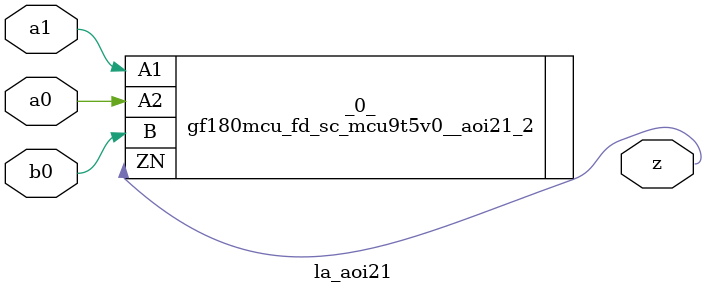
<source format=v>

/* Generated by Yosys 0.37 (git sha1 a5c7f69ed, clang 14.0.0-1ubuntu1.1 -fPIC -Os) */

module la_aoi21(a0, a1, b0, z);
  input a0;
  wire a0;
  input a1;
  wire a1;
  input b0;
  wire b0;
  output z;
  wire z;
  gf180mcu_fd_sc_mcu9t5v0__aoi21_2 _0_ (
    .A1(a1),
    .A2(a0),
    .B(b0),
    .ZN(z)
  );
endmodule

</source>
